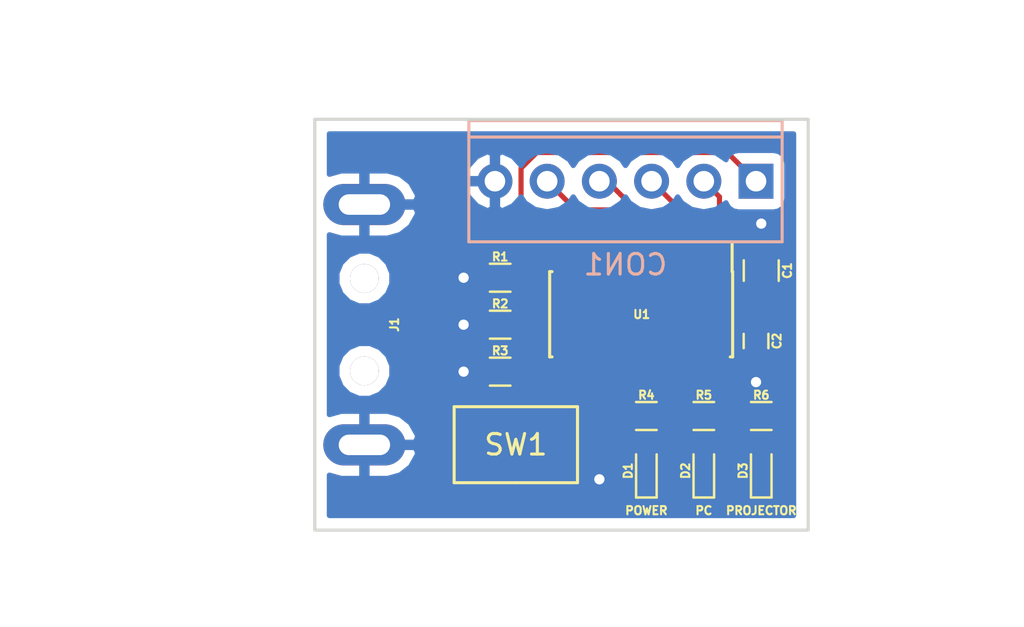
<source format=kicad_pcb>
(kicad_pcb (version 4) (host pcbnew 4.0.7)

  (general
    (links 33)
    (no_connects 0)
    (area 130.099999 53.424999 154.250001 73.575001)
    (thickness 1.6)
    (drawings 12)
    (tracks 96)
    (zones 0)
    (modules 15)
    (nets 17)
  )

  (page A4)
  (title_block
    (title resetUSB)
    (date 2018-02-14)
    (rev 1.0)
    (comment 1 "Projektant: Marek Piotrowski")
  )

  (layers
    (0 F.Cu signal)
    (31 B.Cu signal)
    (32 B.Adhes user)
    (33 F.Adhes user)
    (34 B.Paste user)
    (35 F.Paste user)
    (36 B.SilkS user)
    (37 F.SilkS user)
    (38 B.Mask user)
    (39 F.Mask user)
    (40 Dwgs.User user)
    (41 Cmts.User user)
    (42 Eco1.User user)
    (43 Eco2.User user)
    (44 Edge.Cuts user)
    (45 Margin user)
    (46 B.CrtYd user)
    (47 F.CrtYd user)
    (48 B.Fab user)
    (49 F.Fab user)
  )

  (setup
    (last_trace_width 0.25)
    (trace_clearance 0.2)
    (zone_clearance 0.508)
    (zone_45_only no)
    (trace_min 0.2)
    (segment_width 0.2)
    (edge_width 0.15)
    (via_size 1.3)
    (via_drill 0.5)
    (via_min_size 0.4)
    (via_min_drill 0.3)
    (uvia_size 0.3)
    (uvia_drill 0.1)
    (uvias_allowed no)
    (uvia_min_size 0.2)
    (uvia_min_drill 0.1)
    (pcb_text_width 0.3)
    (pcb_text_size 1.5 1.5)
    (mod_edge_width 0.15)
    (mod_text_size 1 1)
    (mod_text_width 0.15)
    (pad_size 1.524 1.524)
    (pad_drill 0.762)
    (pad_to_mask_clearance 0.1)
    (aux_axis_origin 130.175 53.5)
    (grid_origin 130.175 53.5)
    (visible_elements 7FFFFFFF)
    (pcbplotparams
      (layerselection 0x00030_80000001)
      (usegerberextensions false)
      (excludeedgelayer true)
      (linewidth 0.100000)
      (plotframeref false)
      (viasonmask false)
      (mode 1)
      (useauxorigin false)
      (hpglpennumber 1)
      (hpglpenspeed 20)
      (hpglpendiameter 15)
      (hpglpenoverlay 2)
      (psnegative false)
      (psa4output false)
      (plotreference true)
      (plotvalue true)
      (plotinvisibletext false)
      (padsonsilk false)
      (subtractmaskfromsilk false)
      (outputformat 1)
      (mirror false)
      (drillshape 0)
      (scaleselection 1)
      (outputdirectory ""))
  )

  (net 0 "")
  (net 1 GND)
  (net 2 VCC)
  (net 3 /MISO)
  (net 4 /RST)
  (net 5 "Net-(D1-Pad2)")
  (net 6 "Net-(D2-Pad2)")
  (net 7 "Net-(D3-Pad2)")
  (net 8 /LED_PWR)
  (net 9 /LED_PC)
  (net 10 /LED_RZUTNIK)
  (net 11 /SERWISOWY)
  (net 12 /SCK/PWR)
  (net 13 /MOSI/PCLED+)
  (net 14 /RZUTNIK_D+)
  (net 15 /RZUTNIK_D-)
  (net 16 /RZUTNIK_VBUS)

  (net_class Default "This is the default net class."
    (clearance 0.2)
    (trace_width 0.25)
    (via_dia 1.3)
    (via_drill 0.5)
    (uvia_dia 0.3)
    (uvia_drill 0.1)
    (add_net /LED_PC)
    (add_net /LED_PWR)
    (add_net /LED_RZUTNIK)
    (add_net /MISO)
    (add_net /MOSI/PCLED+)
    (add_net /RST)
    (add_net /RZUTNIK_D+)
    (add_net /RZUTNIK_D-)
    (add_net /RZUTNIK_VBUS)
    (add_net /SCK/PWR)
    (add_net /SERWISOWY)
    (add_net GND)
    (add_net "Net-(D1-Pad2)")
    (add_net "Net-(D2-Pad2)")
    (add_net "Net-(D3-Pad2)")
    (add_net VCC)
  )

  (module Resistors_SMD:R_0603 (layer F.Cu) (tedit 5A85353C) (tstamp 5A7875A5)
    (at 146.304 67.945 180)
    (descr "Resistor SMD 0603, reflow soldering, Vishay (see dcrcw.pdf)")
    (tags "resistor 0603")
    (path /5A74BEF3)
    (attr smd)
    (fp_text reference R4 (at 0 1.016 180) (layer F.SilkS)
      (effects (font (size 0.4 0.4) (thickness 0.1)))
    )
    (fp_text value 33K (at 0.254 -0.889 180) (layer F.Fab)
      (effects (font (size 0.4 0.4) (thickness 0.1)))
    )
    (fp_text user %R (at 0 0 180) (layer F.Fab)
      (effects (font (size 0.4 0.4) (thickness 0.075)))
    )
    (fp_line (start -0.8 0.4) (end -0.8 -0.4) (layer F.Fab) (width 0.1))
    (fp_line (start 0.8 0.4) (end -0.8 0.4) (layer F.Fab) (width 0.1))
    (fp_line (start 0.8 -0.4) (end 0.8 0.4) (layer F.Fab) (width 0.1))
    (fp_line (start -0.8 -0.4) (end 0.8 -0.4) (layer F.Fab) (width 0.1))
    (fp_line (start 0.5 0.68) (end -0.5 0.68) (layer F.SilkS) (width 0.12))
    (fp_line (start -0.5 -0.68) (end 0.5 -0.68) (layer F.SilkS) (width 0.12))
    (fp_line (start -1.25 -0.7) (end 1.25 -0.7) (layer F.CrtYd) (width 0.05))
    (fp_line (start -1.25 -0.7) (end -1.25 0.7) (layer F.CrtYd) (width 0.05))
    (fp_line (start 1.25 0.7) (end 1.25 -0.7) (layer F.CrtYd) (width 0.05))
    (fp_line (start 1.25 0.7) (end -1.25 0.7) (layer F.CrtYd) (width 0.05))
    (pad 1 smd rect (at -0.75 0 180) (size 0.5 0.9) (layers F.Cu F.Paste F.Mask)
      (net 5 "Net-(D1-Pad2)"))
    (pad 2 smd rect (at 0.75 0 180) (size 0.5 0.9) (layers F.Cu F.Paste F.Mask)
      (net 8 /LED_PWR))
    (model ${KISYS3DMOD}/Resistors_SMD.3dshapes/R_0603.wrl
      (at (xyz 0 0 0))
      (scale (xyz 1 1 1))
      (rotate (xyz 0 0 0))
    )
  )

  (module Resistors_SMD:R_0603 (layer F.Cu) (tedit 5A853520) (tstamp 5A7875B7)
    (at 139.192 65.786)
    (descr "Resistor SMD 0603, reflow soldering, Vishay (see dcrcw.pdf)")
    (tags "resistor 0603")
    (path /5A7453EC)
    (attr smd)
    (fp_text reference R3 (at 0 -1.016) (layer F.SilkS)
      (effects (font (size 0.4 0.4) (thickness 0.1)))
    )
    (fp_text value 10K (at 1.651 -0.635) (layer F.Fab)
      (effects (font (size 0.4 0.4) (thickness 0.1)))
    )
    (fp_text user %R (at 0 0) (layer F.Fab)
      (effects (font (size 0.4 0.4) (thickness 0.075)))
    )
    (fp_line (start -0.8 0.4) (end -0.8 -0.4) (layer F.Fab) (width 0.1))
    (fp_line (start 0.8 0.4) (end -0.8 0.4) (layer F.Fab) (width 0.1))
    (fp_line (start 0.8 -0.4) (end 0.8 0.4) (layer F.Fab) (width 0.1))
    (fp_line (start -0.8 -0.4) (end 0.8 -0.4) (layer F.Fab) (width 0.1))
    (fp_line (start 0.5 0.68) (end -0.5 0.68) (layer F.SilkS) (width 0.12))
    (fp_line (start -0.5 -0.68) (end 0.5 -0.68) (layer F.SilkS) (width 0.12))
    (fp_line (start -1.25 -0.7) (end 1.25 -0.7) (layer F.CrtYd) (width 0.05))
    (fp_line (start -1.25 -0.7) (end -1.25 0.7) (layer F.CrtYd) (width 0.05))
    (fp_line (start 1.25 0.7) (end 1.25 -0.7) (layer F.CrtYd) (width 0.05))
    (fp_line (start 1.25 0.7) (end -1.25 0.7) (layer F.CrtYd) (width 0.05))
    (pad 1 smd rect (at -0.75 0) (size 0.5 0.9) (layers F.Cu F.Paste F.Mask)
      (net 1 GND))
    (pad 2 smd rect (at 0.75 0) (size 0.5 0.9) (layers F.Cu F.Paste F.Mask)
      (net 16 /RZUTNIK_VBUS))
    (model ${KISYS3DMOD}/Resistors_SMD.3dshapes/R_0603.wrl
      (at (xyz 0 0 0))
      (scale (xyz 1 1 1))
      (rotate (xyz 0 0 0))
    )
  )

  (module Resistors_SMD:R_0603 (layer F.Cu) (tedit 5A85353F) (tstamp 5A7875B1)
    (at 151.892 67.945 180)
    (descr "Resistor SMD 0603, reflow soldering, Vishay (see dcrcw.pdf)")
    (tags "resistor 0603")
    (path /5A74C2D7)
    (attr smd)
    (fp_text reference R6 (at 0 1.016 180) (layer F.SilkS)
      (effects (font (size 0.4 0.4) (thickness 0.1)))
    )
    (fp_text value 100K (at 0.254 -0.889 180) (layer F.Fab)
      (effects (font (size 0.4 0.4) (thickness 0.1)))
    )
    (fp_text user %R (at 0 0 180) (layer F.Fab)
      (effects (font (size 0.4 0.4) (thickness 0.075)))
    )
    (fp_line (start -0.8 0.4) (end -0.8 -0.4) (layer F.Fab) (width 0.1))
    (fp_line (start 0.8 0.4) (end -0.8 0.4) (layer F.Fab) (width 0.1))
    (fp_line (start 0.8 -0.4) (end 0.8 0.4) (layer F.Fab) (width 0.1))
    (fp_line (start -0.8 -0.4) (end 0.8 -0.4) (layer F.Fab) (width 0.1))
    (fp_line (start 0.5 0.68) (end -0.5 0.68) (layer F.SilkS) (width 0.12))
    (fp_line (start -0.5 -0.68) (end 0.5 -0.68) (layer F.SilkS) (width 0.12))
    (fp_line (start -1.25 -0.7) (end 1.25 -0.7) (layer F.CrtYd) (width 0.05))
    (fp_line (start -1.25 -0.7) (end -1.25 0.7) (layer F.CrtYd) (width 0.05))
    (fp_line (start 1.25 0.7) (end 1.25 -0.7) (layer F.CrtYd) (width 0.05))
    (fp_line (start 1.25 0.7) (end -1.25 0.7) (layer F.CrtYd) (width 0.05))
    (pad 1 smd rect (at -0.75 0 180) (size 0.5 0.9) (layers F.Cu F.Paste F.Mask)
      (net 7 "Net-(D3-Pad2)"))
    (pad 2 smd rect (at 0.75 0 180) (size 0.5 0.9) (layers F.Cu F.Paste F.Mask)
      (net 10 /LED_RZUTNIK))
    (model ${KISYS3DMOD}/Resistors_SMD.3dshapes/R_0603.wrl
      (at (xyz 0 0 0))
      (scale (xyz 1 1 1))
      (rotate (xyz 0 0 0))
    )
  )

  (module Resistors_SMD:R_0603 (layer F.Cu) (tedit 5A85353A) (tstamp 5A7875AB)
    (at 149.098 67.945 180)
    (descr "Resistor SMD 0603, reflow soldering, Vishay (see dcrcw.pdf)")
    (tags "resistor 0603")
    (path /5A74C28D)
    (attr smd)
    (fp_text reference R5 (at 0 1.016 180) (layer F.SilkS)
      (effects (font (size 0.4 0.4) (thickness 0.1)))
    )
    (fp_text value 10K (at 0.254 -0.889 180) (layer F.Fab)
      (effects (font (size 0.4 0.4) (thickness 0.1)))
    )
    (fp_text user %R (at 0 0 180) (layer F.Fab)
      (effects (font (size 0.4 0.4) (thickness 0.075)))
    )
    (fp_line (start -0.8 0.4) (end -0.8 -0.4) (layer F.Fab) (width 0.1))
    (fp_line (start 0.8 0.4) (end -0.8 0.4) (layer F.Fab) (width 0.1))
    (fp_line (start 0.8 -0.4) (end 0.8 0.4) (layer F.Fab) (width 0.1))
    (fp_line (start -0.8 -0.4) (end 0.8 -0.4) (layer F.Fab) (width 0.1))
    (fp_line (start 0.5 0.68) (end -0.5 0.68) (layer F.SilkS) (width 0.12))
    (fp_line (start -0.5 -0.68) (end 0.5 -0.68) (layer F.SilkS) (width 0.12))
    (fp_line (start -1.25 -0.7) (end 1.25 -0.7) (layer F.CrtYd) (width 0.05))
    (fp_line (start -1.25 -0.7) (end -1.25 0.7) (layer F.CrtYd) (width 0.05))
    (fp_line (start 1.25 0.7) (end 1.25 -0.7) (layer F.CrtYd) (width 0.05))
    (fp_line (start 1.25 0.7) (end -1.25 0.7) (layer F.CrtYd) (width 0.05))
    (pad 1 smd rect (at -0.75 0 180) (size 0.5 0.9) (layers F.Cu F.Paste F.Mask)
      (net 6 "Net-(D2-Pad2)"))
    (pad 2 smd rect (at 0.75 0 180) (size 0.5 0.9) (layers F.Cu F.Paste F.Mask)
      (net 9 /LED_PC))
    (model ${KISYS3DMOD}/Resistors_SMD.3dshapes/R_0603.wrl
      (at (xyz 0 0 0))
      (scale (xyz 1 1 1))
      (rotate (xyz 0 0 0))
    )
  )

  (module LEDs:LED_0603 (layer F.Cu) (tedit 5A93CEB7) (tstamp 5A785F4D)
    (at 151.892 70.612 90)
    (descr "LED 0603 smd package")
    (tags "LED led 0603 SMD smd SMT smt smdled SMDLED smtled SMTLED")
    (path /5A74B2C1)
    (attr smd)
    (fp_text reference D3 (at 0 -0.889 90) (layer F.SilkS)
      (effects (font (size 0.4 0.4) (thickness 0.1)))
    )
    (fp_text value LL-S194PBC-B4-1B (at -2.4968 0.0254 180) (layer F.Fab)
      (effects (font (size 0.4 0.4) (thickness 0.1)))
    )
    (fp_line (start -1.3 -0.5) (end -1.3 0.5) (layer F.SilkS) (width 0.12))
    (fp_line (start -0.2 -0.2) (end -0.2 0.2) (layer F.Fab) (width 0.1))
    (fp_line (start -0.15 0) (end 0.15 -0.2) (layer F.Fab) (width 0.1))
    (fp_line (start 0.15 0.2) (end -0.15 0) (layer F.Fab) (width 0.1))
    (fp_line (start 0.15 -0.2) (end 0.15 0.2) (layer F.Fab) (width 0.1))
    (fp_line (start 0.8 0.4) (end -0.8 0.4) (layer F.Fab) (width 0.1))
    (fp_line (start 0.8 -0.4) (end 0.8 0.4) (layer F.Fab) (width 0.1))
    (fp_line (start -0.8 -0.4) (end 0.8 -0.4) (layer F.Fab) (width 0.1))
    (fp_line (start -0.8 0.4) (end -0.8 -0.4) (layer F.Fab) (width 0.1))
    (fp_line (start -1.3 0.5) (end 0.8 0.5) (layer F.SilkS) (width 0.12))
    (fp_line (start -1.3 -0.5) (end 0.8 -0.5) (layer F.SilkS) (width 0.12))
    (fp_line (start 1.45 -0.65) (end 1.45 0.65) (layer F.CrtYd) (width 0.05))
    (fp_line (start 1.45 0.65) (end -1.45 0.65) (layer F.CrtYd) (width 0.05))
    (fp_line (start -1.45 0.65) (end -1.45 -0.65) (layer F.CrtYd) (width 0.05))
    (fp_line (start -1.45 -0.65) (end 1.45 -0.65) (layer F.CrtYd) (width 0.05))
    (pad 2 smd rect (at 0.8 0 270) (size 0.8 0.8) (layers F.Cu F.Paste F.Mask)
      (net 7 "Net-(D3-Pad2)"))
    (pad 1 smd rect (at -0.8 0 270) (size 0.8 0.8) (layers F.Cu F.Paste F.Mask)
      (net 1 GND))
    (model ${KISYS3DMOD}/LEDs.3dshapes/LED_0603.wrl
      (at (xyz 0 0 0))
      (scale (xyz 1 1 1))
      (rotate (xyz 0 0 180))
    )
  )

  (module LEDs:LED_0603 (layer F.Cu) (tedit 5A93CEA5) (tstamp 5A785F47)
    (at 149.098 70.612 90)
    (descr "LED 0603 smd package")
    (tags "LED led 0603 SMD smd SMT smt smdled SMDLED smtled SMTLED")
    (path /5A74B241)
    (attr smd)
    (fp_text reference D2 (at 0 -0.889 90) (layer F.SilkS)
      (effects (font (size 0.4 0.4) (thickness 0.1)))
    )
    (fp_text value LL-S194PVC-V1-2B (at -1.811 0 180) (layer F.Fab)
      (effects (font (size 0.4 0.4) (thickness 0.1)))
    )
    (fp_line (start -1.3 -0.5) (end -1.3 0.5) (layer F.SilkS) (width 0.12))
    (fp_line (start -0.2 -0.2) (end -0.2 0.2) (layer F.Fab) (width 0.1))
    (fp_line (start -0.15 0) (end 0.15 -0.2) (layer F.Fab) (width 0.1))
    (fp_line (start 0.15 0.2) (end -0.15 0) (layer F.Fab) (width 0.1))
    (fp_line (start 0.15 -0.2) (end 0.15 0.2) (layer F.Fab) (width 0.1))
    (fp_line (start 0.8 0.4) (end -0.8 0.4) (layer F.Fab) (width 0.1))
    (fp_line (start 0.8 -0.4) (end 0.8 0.4) (layer F.Fab) (width 0.1))
    (fp_line (start -0.8 -0.4) (end 0.8 -0.4) (layer F.Fab) (width 0.1))
    (fp_line (start -0.8 0.4) (end -0.8 -0.4) (layer F.Fab) (width 0.1))
    (fp_line (start -1.3 0.5) (end 0.8 0.5) (layer F.SilkS) (width 0.12))
    (fp_line (start -1.3 -0.5) (end 0.8 -0.5) (layer F.SilkS) (width 0.12))
    (fp_line (start 1.45 -0.65) (end 1.45 0.65) (layer F.CrtYd) (width 0.05))
    (fp_line (start 1.45 0.65) (end -1.45 0.65) (layer F.CrtYd) (width 0.05))
    (fp_line (start -1.45 0.65) (end -1.45 -0.65) (layer F.CrtYd) (width 0.05))
    (fp_line (start -1.45 -0.65) (end 1.45 -0.65) (layer F.CrtYd) (width 0.05))
    (pad 2 smd rect (at 0.8 0 270) (size 0.8 0.8) (layers F.Cu F.Paste F.Mask)
      (net 6 "Net-(D2-Pad2)"))
    (pad 1 smd rect (at -0.8 0 270) (size 0.8 0.8) (layers F.Cu F.Paste F.Mask)
      (net 1 GND))
    (model ${KISYS3DMOD}/LEDs.3dshapes/LED_0603.wrl
      (at (xyz 0 0 0))
      (scale (xyz 1 1 1))
      (rotate (xyz 0 0 180))
    )
  )

  (module LEDs:LED_0603 (layer F.Cu) (tedit 5A93CEAF) (tstamp 5A785F41)
    (at 146.304 70.612 90)
    (descr "LED 0603 smd package")
    (tags "LED led 0603 SMD smd SMT smt smdled SMDLED smtled SMTLED")
    (path /5A74A9C8)
    (attr smd)
    (fp_text reference D1 (at 0 -0.889 90) (layer F.SilkS)
      (effects (font (size 0.4 0.4) (thickness 0.1)))
    )
    (fp_text value "OSG80603C1E " (at -2.4968 -0.0254 180) (layer F.Fab)
      (effects (font (size 0.4 0.4) (thickness 0.1)))
    )
    (fp_line (start -1.3 -0.5) (end -1.3 0.5) (layer F.SilkS) (width 0.12))
    (fp_line (start -0.2 -0.2) (end -0.2 0.2) (layer F.Fab) (width 0.1))
    (fp_line (start -0.15 0) (end 0.15 -0.2) (layer F.Fab) (width 0.1))
    (fp_line (start 0.15 0.2) (end -0.15 0) (layer F.Fab) (width 0.1))
    (fp_line (start 0.15 -0.2) (end 0.15 0.2) (layer F.Fab) (width 0.1))
    (fp_line (start 0.8 0.4) (end -0.8 0.4) (layer F.Fab) (width 0.1))
    (fp_line (start 0.8 -0.4) (end 0.8 0.4) (layer F.Fab) (width 0.1))
    (fp_line (start -0.8 -0.4) (end 0.8 -0.4) (layer F.Fab) (width 0.1))
    (fp_line (start -0.8 0.4) (end -0.8 -0.4) (layer F.Fab) (width 0.1))
    (fp_line (start -1.3 0.5) (end 0.8 0.5) (layer F.SilkS) (width 0.12))
    (fp_line (start -1.3 -0.5) (end 0.8 -0.5) (layer F.SilkS) (width 0.12))
    (fp_line (start 1.45 -0.65) (end 1.45 0.65) (layer F.CrtYd) (width 0.05))
    (fp_line (start 1.45 0.65) (end -1.45 0.65) (layer F.CrtYd) (width 0.05))
    (fp_line (start -1.45 0.65) (end -1.45 -0.65) (layer F.CrtYd) (width 0.05))
    (fp_line (start -1.45 -0.65) (end 1.45 -0.65) (layer F.CrtYd) (width 0.05))
    (pad 2 smd rect (at 0.8 0 270) (size 0.8 0.8) (layers F.Cu F.Paste F.Mask)
      (net 5 "Net-(D1-Pad2)"))
    (pad 1 smd rect (at -0.8 0 270) (size 0.8 0.8) (layers F.Cu F.Paste F.Mask)
      (net 1 GND))
    (model ${KISYS3DMOD}/LEDs.3dshapes/LED_0603.wrl
      (at (xyz 0 0 0))
      (scale (xyz 1 1 1))
      (rotate (xyz 0 0 180))
    )
  )

  (module Capacitors_SMD:C_0603 (layer F.Cu) (tedit 5A85352D) (tstamp 5A785F2B)
    (at 151.638 64.295 270)
    (descr "Capacitor SMD 0603, reflow soldering, AVX (see smccp.pdf)")
    (tags "capacitor 0603")
    (path /5A7846AD)
    (attr smd)
    (fp_text reference C2 (at 0 -1.016 270) (layer F.SilkS)
      (effects (font (size 0.4 0.4) (thickness 0.1)))
    )
    (fp_text value 4u7 (at 0 -1.016 270) (layer F.Fab)
      (effects (font (size 0.4 0.4) (thickness 0.1)))
    )
    (fp_line (start 1.4 0.65) (end -1.4 0.65) (layer F.CrtYd) (width 0.05))
    (fp_line (start 1.4 0.65) (end 1.4 -0.65) (layer F.CrtYd) (width 0.05))
    (fp_line (start -1.4 -0.65) (end -1.4 0.65) (layer F.CrtYd) (width 0.05))
    (fp_line (start -1.4 -0.65) (end 1.4 -0.65) (layer F.CrtYd) (width 0.05))
    (fp_line (start 0.35 0.6) (end -0.35 0.6) (layer F.SilkS) (width 0.12))
    (fp_line (start -0.35 -0.6) (end 0.35 -0.6) (layer F.SilkS) (width 0.12))
    (fp_line (start -0.8 -0.4) (end 0.8 -0.4) (layer F.Fab) (width 0.1))
    (fp_line (start 0.8 -0.4) (end 0.8 0.4) (layer F.Fab) (width 0.1))
    (fp_line (start 0.8 0.4) (end -0.8 0.4) (layer F.Fab) (width 0.1))
    (fp_line (start -0.8 0.4) (end -0.8 -0.4) (layer F.Fab) (width 0.1))
    (fp_text user %R (at 0 0 270) (layer F.Fab)
      (effects (font (size 0.3 0.3) (thickness 0.075)))
    )
    (pad 2 smd rect (at 0.75 0 270) (size 0.8 0.75) (layers F.Cu F.Paste F.Mask)
      (net 1 GND))
    (pad 1 smd rect (at -0.75 0 270) (size 0.8 0.75) (layers F.Cu F.Paste F.Mask)
      (net 2 VCC))
    (model Capacitors_SMD.3dshapes/C_0603.wrl
      (at (xyz 0 0 0))
      (scale (xyz 1 1 1))
      (rotate (xyz 0 0 0))
    )
  )

  (module Housings_SOIC:SOIC-14_3.9x8.7mm_Pitch1.27mm (layer F.Cu) (tedit 5A8AEBB9) (tstamp 5A785F82)
    (at 146.05 62.992 270)
    (descr "14-Lead Plastic Small Outline (SL) - Narrow, 3.90 mm Body [SOIC] (see Microchip Packaging Specification 00000049BS.pdf)")
    (tags "SOIC 1.27")
    (path /5A783D9B)
    (attr smd)
    (fp_text reference U1 (at 0.0076 -0.0254 540) (layer F.SilkS)
      (effects (font (size 0.4 0.4) (thickness 0.1)))
    )
    (fp_text value ATTINY20-SSU (at 0.983 -0.125 360) (layer F.Fab)
      (effects (font (size 0.6 0.6) (thickness 0.1)))
    )
    (fp_text user %R (at -1.017 -0.125 360) (layer F.Fab)
      (effects (font (size 0.9 0.9) (thickness 0.135)))
    )
    (fp_line (start -0.95 -4.35) (end 1.95 -4.35) (layer F.Fab) (width 0.15))
    (fp_line (start 1.95 -4.35) (end 1.95 4.35) (layer F.Fab) (width 0.15))
    (fp_line (start 1.95 4.35) (end -1.95 4.35) (layer F.Fab) (width 0.15))
    (fp_line (start -1.95 4.35) (end -1.95 -3.35) (layer F.Fab) (width 0.15))
    (fp_line (start -1.95 -3.35) (end -0.95 -4.35) (layer F.Fab) (width 0.15))
    (fp_line (start -3.7 -4.65) (end -3.7 4.65) (layer F.CrtYd) (width 0.05))
    (fp_line (start 3.7 -4.65) (end 3.7 4.65) (layer F.CrtYd) (width 0.05))
    (fp_line (start -3.7 -4.65) (end 3.7 -4.65) (layer F.CrtYd) (width 0.05))
    (fp_line (start -3.7 4.65) (end 3.7 4.65) (layer F.CrtYd) (width 0.05))
    (fp_line (start -2.075 -4.45) (end -2.075 -4.425) (layer F.SilkS) (width 0.15))
    (fp_line (start 2.075 -4.45) (end 2.075 -4.335) (layer F.SilkS) (width 0.15))
    (fp_line (start 2.075 4.45) (end 2.075 4.335) (layer F.SilkS) (width 0.15))
    (fp_line (start -2.075 4.45) (end -2.075 4.335) (layer F.SilkS) (width 0.15))
    (fp_line (start -2.075 -4.45) (end 2.075 -4.45) (layer F.SilkS) (width 0.15))
    (fp_line (start -2.075 4.45) (end 2.075 4.45) (layer F.SilkS) (width 0.15))
    (fp_line (start -2.075 -4.425) (end -3.45 -4.425) (layer F.SilkS) (width 0.15))
    (pad 1 smd rect (at -2.7 -3.81 270) (size 1.5 0.6) (layers F.Cu F.Paste F.Mask)
      (net 2 VCC))
    (pad 2 smd rect (at -2.7 -2.54 270) (size 1.5 0.6) (layers F.Cu F.Paste F.Mask)
      (net 12 /SCK/PWR))
    (pad 3 smd rect (at -2.7 -1.27 270) (size 1.5 0.6) (layers F.Cu F.Paste F.Mask)
      (net 13 /MOSI/PCLED+))
    (pad 4 smd rect (at -2.7 0 270) (size 1.5 0.6) (layers F.Cu F.Paste F.Mask)
      (net 4 /RST))
    (pad 5 smd rect (at -2.7 1.27 270) (size 1.5 0.6) (layers F.Cu F.Paste F.Mask)
      (net 3 /MISO))
    (pad 6 smd rect (at -2.7 2.54 270) (size 1.5 0.6) (layers F.Cu F.Paste F.Mask)
      (net 15 /RZUTNIK_D-))
    (pad 7 smd rect (at -2.7 3.81 270) (size 1.5 0.6) (layers F.Cu F.Paste F.Mask)
      (net 14 /RZUTNIK_D+))
    (pad 8 smd rect (at 2.7 3.81 270) (size 1.5 0.6) (layers F.Cu F.Paste F.Mask)
      (net 16 /RZUTNIK_VBUS))
    (pad 9 smd rect (at 2.7 2.54 270) (size 1.5 0.6) (layers F.Cu F.Paste F.Mask)
      (net 11 /SERWISOWY))
    (pad 10 smd rect (at 2.7 1.27 270) (size 1.5 0.6) (layers F.Cu F.Paste F.Mask))
    (pad 11 smd rect (at 2.7 0 270) (size 1.5 0.6) (layers F.Cu F.Paste F.Mask)
      (net 8 /LED_PWR))
    (pad 12 smd rect (at 2.7 -1.27 270) (size 1.5 0.6) (layers F.Cu F.Paste F.Mask)
      (net 9 /LED_PC))
    (pad 13 smd rect (at 2.7 -2.54 270) (size 1.5 0.6) (layers F.Cu F.Paste F.Mask)
      (net 10 /LED_RZUTNIK))
    (pad 14 smd rect (at 2.7 -3.81 270) (size 1.5 0.6) (layers F.Cu F.Paste F.Mask)
      (net 1 GND))
    (model ${KISYS3DMOD}/Housings_SOIC.3dshapes/SOIC-14_3.9x8.7mm_Pitch1.27mm.wrl
      (at (xyz 0 0 0))
      (scale (xyz 1 1 1))
      (rotate (xyz 0 0 0))
    )
  )

  (module Resistors_SMD:R_0603 (layer F.Cu) (tedit 5A853519) (tstamp 5A841403)
    (at 139.192 61.214)
    (descr "Resistor SMD 0603, reflow soldering, Vishay (see dcrcw.pdf)")
    (tags "resistor 0603")
    (path /5A840F89)
    (attr smd)
    (fp_text reference R1 (at 0 -1.016) (layer F.SilkS)
      (effects (font (size 0.4 0.4) (thickness 0.1)))
    )
    (fp_text value 10K (at 1.651 -0.635) (layer F.Fab)
      (effects (font (size 0.4 0.4) (thickness 0.1)))
    )
    (fp_text user %R (at 0 0) (layer F.Fab)
      (effects (font (size 0.4 0.4) (thickness 0.075)))
    )
    (fp_line (start -0.8 0.4) (end -0.8 -0.4) (layer F.Fab) (width 0.1))
    (fp_line (start 0.8 0.4) (end -0.8 0.4) (layer F.Fab) (width 0.1))
    (fp_line (start 0.8 -0.4) (end 0.8 0.4) (layer F.Fab) (width 0.1))
    (fp_line (start -0.8 -0.4) (end 0.8 -0.4) (layer F.Fab) (width 0.1))
    (fp_line (start 0.5 0.68) (end -0.5 0.68) (layer F.SilkS) (width 0.12))
    (fp_line (start -0.5 -0.68) (end 0.5 -0.68) (layer F.SilkS) (width 0.12))
    (fp_line (start -1.25 -0.7) (end 1.25 -0.7) (layer F.CrtYd) (width 0.05))
    (fp_line (start -1.25 -0.7) (end -1.25 0.7) (layer F.CrtYd) (width 0.05))
    (fp_line (start 1.25 0.7) (end 1.25 -0.7) (layer F.CrtYd) (width 0.05))
    (fp_line (start 1.25 0.7) (end -1.25 0.7) (layer F.CrtYd) (width 0.05))
    (pad 1 smd rect (at -0.75 0) (size 0.5 0.9) (layers F.Cu F.Paste F.Mask)
      (net 1 GND))
    (pad 2 smd rect (at 0.75 0) (size 0.5 0.9) (layers F.Cu F.Paste F.Mask)
      (net 14 /RZUTNIK_D+))
    (model ${KISYS3DMOD}/Resistors_SMD.3dshapes/R_0603.wrl
      (at (xyz 0 0 0))
      (scale (xyz 1 1 1))
      (rotate (xyz 0 0 0))
    )
  )

  (module Resistors_SMD:R_0603 (layer F.Cu) (tedit 5A85351B) (tstamp 5A841414)
    (at 139.192 63.5)
    (descr "Resistor SMD 0603, reflow soldering, Vishay (see dcrcw.pdf)")
    (tags "resistor 0603")
    (path /5A840FC4)
    (attr smd)
    (fp_text reference R2 (at 0 -1.016) (layer F.SilkS)
      (effects (font (size 0.4 0.4) (thickness 0.1)))
    )
    (fp_text value 10K (at 1.651 -0.635) (layer F.Fab)
      (effects (font (size 0.4 0.4) (thickness 0.1)))
    )
    (fp_text user %R (at 0 0) (layer F.Fab)
      (effects (font (size 0.4 0.4) (thickness 0.075)))
    )
    (fp_line (start -0.8 0.4) (end -0.8 -0.4) (layer F.Fab) (width 0.1))
    (fp_line (start 0.8 0.4) (end -0.8 0.4) (layer F.Fab) (width 0.1))
    (fp_line (start 0.8 -0.4) (end 0.8 0.4) (layer F.Fab) (width 0.1))
    (fp_line (start -0.8 -0.4) (end 0.8 -0.4) (layer F.Fab) (width 0.1))
    (fp_line (start 0.5 0.68) (end -0.5 0.68) (layer F.SilkS) (width 0.12))
    (fp_line (start -0.5 -0.68) (end 0.5 -0.68) (layer F.SilkS) (width 0.12))
    (fp_line (start -1.25 -0.7) (end 1.25 -0.7) (layer F.CrtYd) (width 0.05))
    (fp_line (start -1.25 -0.7) (end -1.25 0.7) (layer F.CrtYd) (width 0.05))
    (fp_line (start 1.25 0.7) (end 1.25 -0.7) (layer F.CrtYd) (width 0.05))
    (fp_line (start 1.25 0.7) (end -1.25 0.7) (layer F.CrtYd) (width 0.05))
    (pad 1 smd rect (at -0.75 0) (size 0.5 0.9) (layers F.Cu F.Paste F.Mask)
      (net 1 GND))
    (pad 2 smd rect (at 0.75 0) (size 0.5 0.9) (layers F.Cu F.Paste F.Mask)
      (net 15 /RZUTNIK_D-))
    (model ${KISYS3DMOD}/Resistors_SMD.3dshapes/R_0603.wrl
      (at (xyz 0 0 0))
      (scale (xyz 1 1 1))
      (rotate (xyz 0 0 0))
    )
  )

  (module mpio:SW_3x6_1,6x7,4 (layer F.Cu) (tedit 5A843D6C) (tstamp 5A84280D)
    (at 139.954 69.342 180)
    (path /5A74C917)
    (fp_text reference SW1 (at 0 0 180) (layer F.SilkS)
      (effects (font (size 1 1) (thickness 0.15)))
    )
    (fp_text value "TACTM-34N-F " (at 0 2.8 180) (layer F.Fab) hide
      (effects (font (size 1 1) (thickness 0.15)))
    )
    (fp_line (start -3 -1.85) (end 3 -1.85) (layer F.Fab) (width 0.15))
    (fp_line (start 3 -1.85) (end 3 1.85) (layer F.Fab) (width 0.15))
    (fp_line (start 3 1.85) (end -3 1.85) (layer F.Fab) (width 0.15))
    (fp_line (start -3 1.85) (end -3 -1.85) (layer F.Fab) (width 0.15))
    (fp_text user %R (at 0 0 180) (layer F.Fab)
      (effects (font (size 0.8 0.8) (thickness 0.15)))
    )
    (fp_line (start 0 -0.7) (end 1.5 -0.7) (layer F.Fab) (width 0.15))
    (fp_line (start 1.5 -0.7) (end 1.5 0.7) (layer F.Fab) (width 0.15))
    (fp_line (start 1.5 0.7) (end -1.5 0.7) (layer F.Fab) (width 0.15))
    (fp_line (start -1.5 0.7) (end -1.5 -0.7) (layer F.Fab) (width 0.15))
    (fp_line (start -1.5 -0.7) (end 0 -0.7) (layer F.Fab) (width 0.15))
    (fp_line (start 0 -1.85) (end 3 -1.85) (layer F.SilkS) (width 0.15))
    (fp_line (start 3 -1.85) (end 3 1.85) (layer F.SilkS) (width 0.15))
    (fp_line (start 3 1.85) (end -3 1.85) (layer F.SilkS) (width 0.15))
    (fp_line (start -3 1.85) (end -3 -1.85) (layer F.SilkS) (width 0.15))
    (fp_line (start -3 -1.85) (end 0 -1.85) (layer F.SilkS) (width 0.15))
    (pad 1 smd rect (at -3.7 0 180) (size 2.18 1.6) (layers F.Cu F.Paste F.Mask)
      (net 1 GND))
    (pad 2 smd rect (at 3.7 0 180) (size 2.18 1.6) (layers F.Cu F.Paste F.Mask)
      (net 11 /SERWISOWY))
    (model ${KICADMPIO}/mpio.3dshapes/SW_3x6_1,6x7,4.wrl
      (at (xyz 0 0 0))
      (scale (xyz 0.393701 0.393701 0.393701))
      (rotate (xyz 0 0 0))
    )
  )

  (module mpio:NS25-W6P (layer B.Cu) (tedit 5A8BE67B) (tstamp 5A8AE376)
    (at 145.288 56.515 180)
    (descr "Through hole straight pin header, 1x06, 2.54mm pitch, single row")
    (tags "Through hole pin header THT 1x06 2.54mm single row")
    (path /5A751EBD)
    (fp_text reference CON1 (at 0 -4.064 180) (layer B.SilkS)
      (effects (font (size 1 1) (thickness 0.15)) (justify mirror))
    )
    (fp_text value NS25-W6P (at 0 0.094 180) (layer B.Fab)
      (effects (font (size 1 1) (thickness 0.15)) (justify mirror))
    )
    (fp_line (start -7.62 2.95) (end 7.62 2.95) (layer B.Fab) (width 0.15))
    (fp_line (start 7.62 2.95) (end 7.62 -2.95) (layer B.Fab) (width 0.15))
    (fp_line (start 7.62 -2.95) (end -7.62 -2.95) (layer B.Fab) (width 0.15))
    (fp_line (start -7.62 -2.95) (end -7.62 2.95) (layer B.Fab) (width 0.15))
    (fp_line (start -7.62 2.15) (end 7.62 2.15) (layer B.Fab) (width 0.15))
    (fp_line (start -7.62 2.15) (end 7.62 2.15) (layer B.SilkS) (width 0.15))
    (fp_line (start -7.62 2.95) (end 7.62 2.95) (layer B.SilkS) (width 0.15))
    (fp_line (start -7.62 -2.95) (end 7.62 -2.95) (layer B.SilkS) (width 0.15))
    (fp_line (start 7.62 2.95) (end 7.62 -2.95) (layer B.SilkS) (width 0.15))
    (fp_line (start -7.62 2.95) (end -7.62 -2.95) (layer B.SilkS) (width 0.15))
    (pad 1 thru_hole rect (at -6.35 0 180) (size 1.7 1.7) (drill 1) (layers *.Cu *.Mask)
      (net 3 /MISO))
    (pad 2 thru_hole oval (at -3.81 0 180) (size 1.7 1.7) (drill 1) (layers *.Cu *.Mask)
      (net 2 VCC))
    (pad 3 thru_hole oval (at -1.27 0 180) (size 1.7 1.7) (drill 1) (layers *.Cu *.Mask)
      (net 12 /SCK/PWR))
    (pad 4 thru_hole oval (at 1.27 0 180) (size 1.7 1.7) (drill 1) (layers *.Cu *.Mask)
      (net 13 /MOSI/PCLED+))
    (pad 5 thru_hole oval (at 3.81 0 180) (size 1.7 1.7) (drill 1) (layers *.Cu *.Mask)
      (net 4 /RST))
    (pad 6 thru_hole oval (at 6.35 0 180) (size 1.7 1.7) (drill 1) (layers *.Cu *.Mask)
      (net 1 GND))
    (model ${KICADMPIO}/mpio.3dshapes/NS25-W6P.wrl
      (at (xyz 0 0 0))
      (scale (xyz 0.393701 0.393701 0.393701))
      (rotate (xyz 0 0 0))
    )
  )

  (module mpio:USB_A_CONNFLY_DS1098 (layer F.Cu) (tedit 5A8BD6F5) (tstamp 5A78735B)
    (at 132.588 63.5 270)
    (path /5A74515E)
    (fp_text reference J1 (at 0 -1.4605 270) (layer F.SilkS)
      (effects (font (size 0.4 0.4) (thickness 0.1)))
    )
    (fp_text value "DS1098-BN0 " (at 0 -0.5 270) (layer F.Fab)
      (effects (font (size 0.4 0.4) (thickness 0.1)))
    )
    (fp_line (start -7.239 2.413) (end -7.239 -2.286) (layer F.Fab) (width 0.15))
    (fp_line (start -7.239 -2.286) (end 7.239 -2.286) (layer F.Fab) (width 0.15))
    (fp_line (start 7.239 -2.286) (end 7.239 2.413) (layer F.Fab) (width 0.15))
    (fp_line (start -5 3) (end 5 3) (layer F.Fab) (width 0.15))
    (fp_line (start -5 3) (end -6 3) (layer F.Fab) (width 0.15))
    (fp_line (start 5 3) (end 6 3) (layer F.Fab) (width 0.15))
    (fp_line (start -6 17.65) (end -6 -1) (layer F.Fab) (width 0.15))
    (fp_line (start -6 -1) (end 6 -1) (layer F.Fab) (width 0.15))
    (fp_line (start 6 -1) (end 6 17.65) (layer F.Fab) (width 0.15))
    (fp_line (start 6 17.65) (end -6 17.65) (layer F.Fab) (width 0.15))
    (pad 3 smd rect (at -1 -2.7 270) (size 1 2.7) (layers F.Cu F.Paste F.Mask)
      (net 14 /RZUTNIK_D+))
    (pad 2 smd rect (at 1 -2.7 270) (size 1 2.7) (layers F.Cu F.Paste F.Mask)
      (net 15 /RZUTNIK_D-))
    (pad 4 smd rect (at -3.5 -2.7 270) (size 1 2.7) (layers F.Cu F.Paste F.Mask)
      (net 1 GND))
    (pad 1 smd rect (at 3.5 -2.7 270) (size 1 2.7) (layers F.Cu F.Paste F.Mask)
      (net 16 /RZUTNIK_VBUS))
    (pad 5 thru_hole oval (at -5.85 0 270) (size 2 4) (drill oval 1 2.5) (layers *.Cu *.Mask)
      (net 1 GND))
    (pad 5 thru_hole oval (at 5.85 0 270) (size 2 4) (drill oval 1 2.5) (layers *.Cu *.Mask)
      (net 1 GND))
    (pad 0 thru_hole circle (at -2.25 0 270) (size 1.4 1.4) (drill 1.4) (layers *.Cu *.Mask))
    (pad 0 thru_hole circle (at 2.25 0 270) (size 1.4 1.4) (drill 1.4) (layers *.Cu *.Mask))
    (model ${KICADMPIO}/mpio.3dshapes/USB_CONNFLY_DS1098.wrl
      (at (xyz -0.236 -0.695 -0.04921259842519685))
      (scale (xyz 0.393701 0.393701 0.393701))
      (rotate (xyz 0 0 0))
    )
  )

  (module Capacitors_SMD:C_0805 (layer F.Cu) (tedit 5A8E9894) (tstamp 5A8E97ED)
    (at 151.892 60.866 90)
    (descr "Capacitor SMD 0805, reflow soldering, AVX (see smccp.pdf)")
    (tags "capacitor 0805")
    (path /5A7845BD)
    (attr smd)
    (fp_text reference C1 (at 0 1.27 90) (layer F.SilkS)
      (effects (font (size 0.4 0.4) (thickness 0.1)))
    )
    (fp_text value 100n (at 0 1.27 90) (layer F.Fab)
      (effects (font (size 0.4 0.4) (thickness 0.1)))
    )
    (fp_text user %R (at 0 0 90) (layer F.Fab)
      (effects (font (size 0.4 0.4) (thickness 0.1)))
    )
    (fp_line (start -1 0.62) (end -1 -0.62) (layer F.Fab) (width 0.1))
    (fp_line (start 1 0.62) (end -1 0.62) (layer F.Fab) (width 0.1))
    (fp_line (start 1 -0.62) (end 1 0.62) (layer F.Fab) (width 0.1))
    (fp_line (start -1 -0.62) (end 1 -0.62) (layer F.Fab) (width 0.1))
    (fp_line (start 0.5 -0.85) (end -0.5 -0.85) (layer F.SilkS) (width 0.12))
    (fp_line (start -0.5 0.85) (end 0.5 0.85) (layer F.SilkS) (width 0.12))
    (fp_line (start -1.75 -0.88) (end 1.75 -0.88) (layer F.CrtYd) (width 0.05))
    (fp_line (start -1.75 -0.88) (end -1.75 0.87) (layer F.CrtYd) (width 0.05))
    (fp_line (start 1.75 0.87) (end 1.75 -0.88) (layer F.CrtYd) (width 0.05))
    (fp_line (start 1.75 0.87) (end -1.75 0.87) (layer F.CrtYd) (width 0.05))
    (pad 1 smd rect (at -1 0 90) (size 1 1.25) (layers F.Cu F.Paste F.Mask)
      (net 2 VCC))
    (pad 2 smd rect (at 1 0 90) (size 1 1.25) (layers F.Cu F.Paste F.Mask)
      (net 1 GND))
    (model Capacitors_SMD.3dshapes/C_0805.wrl
      (at (xyz 0 0 0))
      (scale (xyz 1 1 1))
      (rotate (xyz 0 0 0))
    )
  )

  (gr_text resetUSBv3 (at 134.112 54.643) (layer F.Cu)
    (effects (font (size 0.8 0.8) (thickness 0.2)))
  )
  (gr_text marekp18@gmail.com (at 137.287 72.169) (layer F.Cu)
    (effects (font (size 0.8 0.8) (thickness 0.2)))
  )
  (gr_text PROJECTOR (at 151.892 72.55) (layer F.SilkS)
    (effects (font (size 0.4 0.4) (thickness 0.1)))
  )
  (gr_text PC (at 149.098 72.55) (layer F.SilkS)
    (effects (font (size 0.4 0.4) (thickness 0.1)))
  )
  (gr_text POWER (at 146.304 72.55) (layer F.SilkS)
    (effects (font (size 0.4 0.4) (thickness 0.1)))
  )
  (dimension 24 (width 0.3) (layer Dwgs.User)
    (gr_text "24.000 mm" (at 142.175 78.85) (layer Dwgs.User)
      (effects (font (size 1.5 1.5) (thickness 0.3)))
    )
    (feature1 (pts (xy 154.175 73.5) (xy 154.175 80.2)))
    (feature2 (pts (xy 130.175 73.5) (xy 130.175 80.2)))
    (crossbar (pts (xy 130.175 77.5) (xy 154.175 77.5)))
    (arrow1a (pts (xy 154.175 77.5) (xy 153.048496 78.086421)))
    (arrow1b (pts (xy 154.175 77.5) (xy 153.048496 76.913579)))
    (arrow2a (pts (xy 130.175 77.5) (xy 131.301504 78.086421)))
    (arrow2b (pts (xy 130.175 77.5) (xy 131.301504 76.913579)))
  )
  (dimension 20 (width 0.3) (layer Dwgs.User)
    (gr_text "20.000 mm" (at 159.525 63.5 90) (layer Dwgs.User)
      (effects (font (size 1.5 1.5) (thickness 0.3)))
    )
    (feature1 (pts (xy 154.175 53.5) (xy 160.875 53.5)))
    (feature2 (pts (xy 154.175 73.5) (xy 160.875 73.5)))
    (crossbar (pts (xy 158.175 73.5) (xy 158.175 53.5)))
    (arrow1a (pts (xy 158.175 53.5) (xy 158.761421 54.626504)))
    (arrow1b (pts (xy 158.175 53.5) (xy 157.588579 54.626504)))
    (arrow2a (pts (xy 158.175 73.5) (xy 158.761421 72.373496)))
    (arrow2b (pts (xy 158.175 73.5) (xy 157.588579 72.373496)))
  )
  (gr_line (start 130.175 73.5) (end 130.175 53.5) (angle 90) (layer Edge.Cuts) (width 0.15))
  (gr_line (start 154.175 73.5) (end 130.175 73.5) (angle 90) (layer Edge.Cuts) (width 0.15))
  (gr_line (start 154.175 53.5) (end 154.175 73.5) (angle 90) (layer Edge.Cuts) (width 0.15))
  (gr_line (start 130.175 53.5) (end 154.175 53.5) (angle 90) (layer Edge.Cuts) (width 0.15))
  (gr_text "resetUSB - montaż" (at 142.175 49.975) (layer Dwgs.User)
    (effects (font (size 3 3) (thickness 0.3)))
  )

  (segment (start 144.018 71.026) (end 145.034 71.026) (width 0.25) (layer F.Cu) (net 1))
  (segment (start 145.42 71.412) (end 146.304 71.412) (width 0.25) (layer F.Cu) (net 1) (tstamp 5A93CD9A))
  (segment (start 145.034 71.026) (end 145.42 71.412) (width 0.25) (layer F.Cu) (net 1) (tstamp 5A93CD99))
  (segment (start 144.018 71.026) (end 144.018 69.706) (width 0.25) (layer F.Cu) (net 1))
  (segment (start 144.018 69.706) (end 143.654 69.342) (width 0.25) (layer F.Cu) (net 1) (tstamp 5A93CD93))
  (via (at 144.018 71.026) (size 1.3) (drill 0.5) (layers F.Cu B.Cu) (net 1))
  (segment (start 144.018 71.026) (end 144.399 71.026) (width 0.25) (layer B.Cu) (net 1) (tstamp 5A84366F))
  (segment (start 144.035 71.009) (end 144.018 71.026) (width 0.25) (layer F.Cu) (net 1) (tstamp 5A843673))
  (segment (start 151.892 59.866) (end 151.892 58.58) (width 0.25) (layer F.Cu) (net 1) (status 10))
  (segment (start 151.892 58.58) (end 151.384 58.58) (width 0.25) (layer B.Cu) (net 1) (tstamp 5A8E9843))
  (via (at 151.892 58.58) (size 1.3) (drill 0.5) (layers F.Cu B.Cu) (net 1))
  (segment (start 135.288 60) (end 136.2 60) (width 0.25) (layer F.Cu) (net 1))
  (segment (start 136.2 60) (end 137.414 61.214) (width 0.25) (layer F.Cu) (net 1) (tstamp 5A8AE99A))
  (segment (start 149.098 71.412) (end 146.304 71.412) (width 0.25) (layer F.Cu) (net 1))
  (segment (start 151.892 71.412) (end 149.098 71.412) (width 0.25) (layer F.Cu) (net 1))
  (segment (start 151.638 66.294) (end 151.13 66.294) (width 0.25) (layer F.Cu) (net 1))
  (segment (start 150.528 65.692) (end 149.86 65.692) (width 0.25) (layer F.Cu) (net 1) (tstamp 5A8433A8))
  (segment (start 151.13 66.294) (end 150.528 65.692) (width 0.25) (layer F.Cu) (net 1) (tstamp 5A8433A7))
  (segment (start 151.638 65.045) (end 151.638 66.294) (width 0.25) (layer F.Cu) (net 1) (status 10))
  (segment (start 151.638 66.294) (end 152.146 66.294) (width 0.25) (layer B.Cu) (net 1) (tstamp 5A8433A4))
  (via (at 151.638 66.294) (size 1.3) (drill 0.5) (layers F.Cu B.Cu) (net 1))
  (segment (start 138.442 65.786) (end 137.414 65.786) (width 0.25) (layer F.Cu) (net 1) (status 10))
  (segment (start 137.414 65.786) (end 137.414 65.024) (width 0.25) (layer B.Cu) (net 1) (tstamp 5A841529))
  (via (at 137.414 65.786) (size 1.3) (drill 0.5) (layers F.Cu B.Cu) (net 1))
  (segment (start 138.442 63.5) (end 137.414 63.5) (width 0.25) (layer F.Cu) (net 1) (status 10))
  (segment (start 137.414 63.5) (end 137.414 62.992) (width 0.25) (layer B.Cu) (net 1) (tstamp 5A841524))
  (via (at 137.414 63.5) (size 1.3) (drill 0.5) (layers F.Cu B.Cu) (net 1))
  (segment (start 138.442 61.214) (end 137.414 61.214) (width 0.25) (layer F.Cu) (net 1) (status 10))
  (segment (start 137.414 61.214) (end 137.414 60.96) (width 0.25) (layer B.Cu) (net 1) (tstamp 5A84151F))
  (via (at 137.414 61.214) (size 1.3) (drill 0.5) (layers F.Cu B.Cu) (net 1))
  (segment (start 149.86 60.292) (end 149.86 61.374) (width 0.25) (layer F.Cu) (net 2))
  (segment (start 150.352 61.866) (end 151.892 61.866) (width 0.25) (layer F.Cu) (net 2) (tstamp 5A93CD76))
  (segment (start 149.86 61.374) (end 150.352 61.866) (width 0.25) (layer F.Cu) (net 2) (tstamp 5A93CD75))
  (segment (start 151.638 63.545) (end 151.638 62.12) (width 0.25) (layer F.Cu) (net 2))
  (segment (start 151.638 62.12) (end 151.892 61.866) (width 0.25) (layer F.Cu) (net 2) (tstamp 5A93CD72))
  (segment (start 149.86 60.292) (end 149.86 57.277) (width 0.25) (layer F.Cu) (net 2))
  (segment (start 149.86 57.277) (end 149.098 56.515) (width 0.25) (layer F.Cu) (net 2))
  (segment (start 140.716 57.912) (end 141.478 58.674) (width 0.25) (layer F.Cu) (net 3))
  (segment (start 150.241 55.118) (end 140.97 55.118) (width 0.25) (layer F.Cu) (net 3) (tstamp 5A842BA1))
  (segment (start 140.97 55.118) (end 140.208 55.88) (width 0.25) (layer F.Cu) (net 3) (tstamp 5A842BA3))
  (segment (start 140.208 55.88) (end 140.208 57.404) (width 0.25) (layer F.Cu) (net 3) (tstamp 5A842BA4))
  (segment (start 140.208 57.404) (end 140.716 57.912) (width 0.25) (layer F.Cu) (net 3) (tstamp 5A842BA5))
  (segment (start 151.638 56.515) (end 150.241 55.118) (width 0.25) (layer F.Cu) (net 3))
  (segment (start 144.78 59.436) (end 144.78 60.292) (width 0.25) (layer F.Cu) (net 3) (tstamp 5A842BAB))
  (segment (start 144.018 58.674) (end 144.78 59.436) (width 0.25) (layer F.Cu) (net 3) (tstamp 5A842BAA))
  (segment (start 141.478 58.674) (end 144.018 58.674) (width 0.25) (layer F.Cu) (net 3) (tstamp 5A842BA9))
  (segment (start 141.478 56.515) (end 142.875 57.912) (width 0.25) (layer F.Cu) (net 4))
  (segment (start 146.05 59.436) (end 146.05 60.292) (width 0.25) (layer F.Cu) (net 4) (tstamp 5A842BB3))
  (segment (start 144.526 57.912) (end 146.05 59.436) (width 0.25) (layer F.Cu) (net 4) (tstamp 5A842BB1))
  (segment (start 142.875 57.912) (end 144.526 57.912) (width 0.25) (layer F.Cu) (net 4) (tstamp 5A842BAF))
  (segment (start 147.054 67.945) (end 147.054 69.062) (width 0.25) (layer F.Cu) (net 5))
  (segment (start 147.054 69.062) (end 146.304 69.812) (width 0.25) (layer F.Cu) (net 5) (tstamp 5A843679))
  (segment (start 149.848 67.945) (end 149.848 69.062) (width 0.25) (layer F.Cu) (net 6))
  (segment (start 149.848 69.062) (end 149.098 69.812) (width 0.25) (layer F.Cu) (net 6) (tstamp 5A843660))
  (segment (start 152.642 67.945) (end 152.642 69.062) (width 0.25) (layer F.Cu) (net 7))
  (segment (start 152.642 69.062) (end 151.892 69.812) (width 0.25) (layer F.Cu) (net 7) (tstamp 5A843663))
  (segment (start 146.05 65.692) (end 146.05 66.675) (width 0.25) (layer F.Cu) (net 8))
  (segment (start 145.554 67.171) (end 145.554 67.945) (width 0.25) (layer F.Cu) (net 8) (tstamp 5A843658))
  (segment (start 146.05 66.675) (end 145.554 67.171) (width 0.25) (layer F.Cu) (net 8) (tstamp 5A843657))
  (segment (start 148.082 66.929) (end 148.348 67.195) (width 0.25) (layer F.Cu) (net 9))
  (segment (start 147.32 66.675) (end 147.574 66.929) (width 0.25) (layer F.Cu) (net 9) (tstamp 5A842A3E))
  (segment (start 147.574 66.929) (end 148.082 66.929) (width 0.25) (layer F.Cu) (net 9) (tstamp 5A842A3F))
  (segment (start 147.32 65.692) (end 147.32 66.675) (width 0.25) (layer F.Cu) (net 9))
  (segment (start 148.348 67.195) (end 148.348 67.945) (width 0.25) (layer F.Cu) (net 9) (tstamp 5A843654))
  (segment (start 148.971 66.929) (end 150.716 66.929) (width 0.25) (layer F.Cu) (net 10))
  (segment (start 148.59 66.548) (end 148.971 66.929) (width 0.25) (layer F.Cu) (net 10) (tstamp 5A8429FF))
  (segment (start 148.59 65.692) (end 148.59 66.548) (width 0.25) (layer F.Cu) (net 10))
  (segment (start 151.142 67.355) (end 151.142 67.945) (width 0.25) (layer F.Cu) (net 10) (tstamp 5A93CDA6))
  (segment (start 150.716 66.929) (end 151.142 67.355) (width 0.25) (layer F.Cu) (net 10) (tstamp 5A93CDA5))
  (segment (start 137.668 69.342) (end 139.192 67.818) (width 0.25) (layer F.Cu) (net 11) (tstamp 5A842835))
  (segment (start 136.254 69.342) (end 137.668 69.342) (width 0.25) (layer F.Cu) (net 11))
  (segment (start 143.51 66.548) (end 143.51 65.692) (width 0.25) (layer F.Cu) (net 11) (tstamp 5A84283B))
  (segment (start 142.24 67.818) (end 143.51 66.548) (width 0.25) (layer F.Cu) (net 11) (tstamp 5A842839))
  (segment (start 139.192 67.818) (end 142.24 67.818) (width 0.25) (layer F.Cu) (net 11) (tstamp 5A842837))
  (segment (start 146.558 56.515) (end 148.59 58.547) (width 0.25) (layer F.Cu) (net 12))
  (segment (start 148.59 58.547) (end 148.59 60.292) (width 0.25) (layer F.Cu) (net 12) (tstamp 5A797245))
  (segment (start 144.018 56.515) (end 144.399 56.515) (width 0.25) (layer F.Cu) (net 13))
  (segment (start 144.399 56.515) (end 147.32 59.436) (width 0.25) (layer F.Cu) (net 13) (tstamp 5A842BB7))
  (segment (start 147.32 59.436) (end 147.32 60.292) (width 0.25) (layer F.Cu) (net 13) (tstamp 5A842BB8))
  (segment (start 139.942 61.214) (end 141.732 61.214) (width 0.25) (layer F.Cu) (net 14) (status 10))
  (segment (start 141.732 61.214) (end 142.24 60.706) (width 0.25) (layer F.Cu) (net 14) (tstamp 5A843409))
  (segment (start 142.24 60.706) (end 142.24 60.292) (width 0.25) (layer F.Cu) (net 14) (tstamp 5A84340A))
  (segment (start 135.288 62.5) (end 139.43 62.5) (width 0.25) (layer F.Cu) (net 14) (status 10))
  (segment (start 139.942 61.988) (end 139.942 61.214) (width 0.25) (layer F.Cu) (net 14) (tstamp 5A843406) (status 20))
  (segment (start 139.43 62.5) (end 139.942 61.988) (width 0.25) (layer F.Cu) (net 14) (tstamp 5A843405))
  (segment (start 139.942 63.5) (end 141.224 63.5) (width 0.25) (layer F.Cu) (net 15) (status 10))
  (segment (start 143.51 61.214) (end 143.51 60.292) (width 0.25) (layer F.Cu) (net 15) (tstamp 5A843417))
  (segment (start 141.224 63.5) (end 143.51 61.214) (width 0.25) (layer F.Cu) (net 15) (tstamp 5A843415))
  (segment (start 135.288 64.5) (end 139.462 64.5) (width 0.25) (layer F.Cu) (net 15) (status 10))
  (segment (start 139.942 64.02) (end 139.942 63.5) (width 0.25) (layer F.Cu) (net 15) (tstamp 5A843412) (status 20))
  (segment (start 139.462 64.5) (end 139.942 64.02) (width 0.25) (layer F.Cu) (net 15) (tstamp 5A843411))
  (segment (start 139.942 65.786) (end 142.146 65.786) (width 0.25) (layer F.Cu) (net 16))
  (segment (start 142.146 65.786) (end 142.24 65.692) (width 0.25) (layer F.Cu) (net 16) (tstamp 5A8433FE))
  (segment (start 135.288 67) (end 139.502 67) (width 0.25) (layer F.Cu) (net 16) (status 10))
  (segment (start 139.942 66.56) (end 139.942 65.786) (width 0.25) (layer F.Cu) (net 16) (tstamp 5A8433FB))
  (segment (start 139.502 67) (end 139.942 66.56) (width 0.25) (layer F.Cu) (net 16) (tstamp 5A8433FA))

  (zone (net 1) (net_name GND) (layer B.Cu) (tstamp 5A843677) (hatch edge 0.508)
    (connect_pads (clearance 0.508))
    (min_thickness 0.254)
    (fill yes (arc_segments 16) (thermal_gap 0.508) (thermal_bridge_width 0.508))
    (polygon
      (pts
        (xy 154.175 73.5338) (xy 130.175 73.5338) (xy 130.175 53.467) (xy 154.175 53.467)
      )
    )
    (filled_polygon
      (pts
        (xy 153.465 72.79) (xy 130.885 72.79) (xy 130.885 70.823185) (xy 131.461 70.985) (xy 132.461 70.985)
        (xy 132.461 69.477) (xy 132.715 69.477) (xy 132.715 70.985) (xy 133.715 70.985) (xy 134.33102 70.811942)
        (xy 134.833922 70.416317) (xy 135.147144 69.858355) (xy 135.178124 69.730434) (xy 135.058777 69.477) (xy 132.715 69.477)
        (xy 132.461 69.477) (xy 132.441 69.477) (xy 132.441 69.223) (xy 132.461 69.223) (xy 132.461 67.715)
        (xy 132.715 67.715) (xy 132.715 69.223) (xy 135.058777 69.223) (xy 135.178124 68.969566) (xy 135.147144 68.841645)
        (xy 134.833922 68.283683) (xy 134.33102 67.888058) (xy 133.715 67.715) (xy 132.715 67.715) (xy 132.461 67.715)
        (xy 131.461 67.715) (xy 130.885 67.876815) (xy 130.885 66.014383) (xy 131.252769 66.014383) (xy 131.455582 66.505229)
        (xy 131.830796 66.881098) (xy 132.321287 67.084768) (xy 132.852383 67.085231) (xy 133.343229 66.882418) (xy 133.719098 66.507204)
        (xy 133.922768 66.016713) (xy 133.923231 65.485617) (xy 133.720418 64.994771) (xy 133.345204 64.618902) (xy 132.854713 64.415232)
        (xy 132.323617 64.414769) (xy 131.832771 64.617582) (xy 131.456902 64.992796) (xy 131.253232 65.483287) (xy 131.252769 66.014383)
        (xy 130.885 66.014383) (xy 130.885 61.514383) (xy 131.252769 61.514383) (xy 131.455582 62.005229) (xy 131.830796 62.381098)
        (xy 132.321287 62.584768) (xy 132.852383 62.585231) (xy 133.343229 62.382418) (xy 133.719098 62.007204) (xy 133.922768 61.516713)
        (xy 133.923231 60.985617) (xy 133.720418 60.494771) (xy 133.345204 60.118902) (xy 132.854713 59.915232) (xy 132.323617 59.914769)
        (xy 131.832771 60.117582) (xy 131.456902 60.492796) (xy 131.253232 60.983287) (xy 131.252769 61.514383) (xy 130.885 61.514383)
        (xy 130.885 59.123185) (xy 131.461 59.285) (xy 132.461 59.285) (xy 132.461 57.777) (xy 132.715 57.777)
        (xy 132.715 59.285) (xy 133.715 59.285) (xy 134.33102 59.111942) (xy 134.833922 58.716317) (xy 135.147144 58.158355)
        (xy 135.178124 58.030434) (xy 135.058777 57.777) (xy 132.715 57.777) (xy 132.461 57.777) (xy 132.441 57.777)
        (xy 132.441 57.523) (xy 132.461 57.523) (xy 132.461 56.015) (xy 132.715 56.015) (xy 132.715 57.523)
        (xy 135.058777 57.523) (xy 135.178124 57.269566) (xy 135.147144 57.141645) (xy 134.995713 56.87189) (xy 137.496524 56.87189)
        (xy 137.666355 57.281924) (xy 138.056642 57.710183) (xy 138.581108 57.956486) (xy 138.811 57.835819) (xy 138.811 56.642)
        (xy 137.617845 56.642) (xy 137.496524 56.87189) (xy 134.995713 56.87189) (xy 134.833922 56.583683) (xy 134.33102 56.188058)
        (xy 134.224417 56.15811) (xy 137.496524 56.15811) (xy 137.617845 56.388) (xy 138.811 56.388) (xy 138.811 55.194181)
        (xy 139.065 55.194181) (xy 139.065 56.388) (xy 139.085 56.388) (xy 139.085 56.642) (xy 139.065 56.642)
        (xy 139.065 57.835819) (xy 139.294892 57.956486) (xy 139.819358 57.710183) (xy 140.209645 57.281924) (xy 140.209655 57.281899)
        (xy 140.398853 57.565054) (xy 140.880622 57.886961) (xy 141.448907 58) (xy 141.507093 58) (xy 142.075378 57.886961)
        (xy 142.557147 57.565054) (xy 142.748 57.279422) (xy 142.938853 57.565054) (xy 143.420622 57.886961) (xy 143.988907 58)
        (xy 144.047093 58) (xy 144.615378 57.886961) (xy 145.097147 57.565054) (xy 145.288 57.279422) (xy 145.478853 57.565054)
        (xy 145.960622 57.886961) (xy 146.528907 58) (xy 146.587093 58) (xy 147.155378 57.886961) (xy 147.637147 57.565054)
        (xy 147.828 57.279422) (xy 148.018853 57.565054) (xy 148.500622 57.886961) (xy 149.068907 58) (xy 149.127093 58)
        (xy 149.695378 57.886961) (xy 150.177147 57.565054) (xy 150.177971 57.563821) (xy 150.184838 57.600317) (xy 150.32391 57.816441)
        (xy 150.53611 57.961431) (xy 150.788 58.01244) (xy 152.488 58.01244) (xy 152.723317 57.968162) (xy 152.939441 57.82909)
        (xy 153.084431 57.61689) (xy 153.13544 57.365) (xy 153.13544 55.665) (xy 153.091162 55.429683) (xy 152.95209 55.213559)
        (xy 152.73989 55.068569) (xy 152.488 55.01756) (xy 150.788 55.01756) (xy 150.552683 55.061838) (xy 150.336559 55.20091)
        (xy 150.191569 55.41311) (xy 150.180159 55.469454) (xy 150.177147 55.464946) (xy 149.695378 55.143039) (xy 149.127093 55.03)
        (xy 149.068907 55.03) (xy 148.500622 55.143039) (xy 148.018853 55.464946) (xy 147.828 55.750578) (xy 147.637147 55.464946)
        (xy 147.155378 55.143039) (xy 146.587093 55.03) (xy 146.528907 55.03) (xy 145.960622 55.143039) (xy 145.478853 55.464946)
        (xy 145.288 55.750578) (xy 145.097147 55.464946) (xy 144.615378 55.143039) (xy 144.047093 55.03) (xy 143.988907 55.03)
        (xy 143.420622 55.143039) (xy 142.938853 55.464946) (xy 142.748 55.750578) (xy 142.557147 55.464946) (xy 142.075378 55.143039)
        (xy 141.507093 55.03) (xy 141.448907 55.03) (xy 140.880622 55.143039) (xy 140.398853 55.464946) (xy 140.209655 55.748101)
        (xy 140.209645 55.748076) (xy 139.819358 55.319817) (xy 139.294892 55.073514) (xy 139.065 55.194181) (xy 138.811 55.194181)
        (xy 138.581108 55.073514) (xy 138.056642 55.319817) (xy 137.666355 55.748076) (xy 137.496524 56.15811) (xy 134.224417 56.15811)
        (xy 133.715 56.015) (xy 132.715 56.015) (xy 132.461 56.015) (xy 131.461 56.015) (xy 130.885 56.176815)
        (xy 130.885 54.21) (xy 153.465 54.21)
      )
    )
  )
)

</source>
